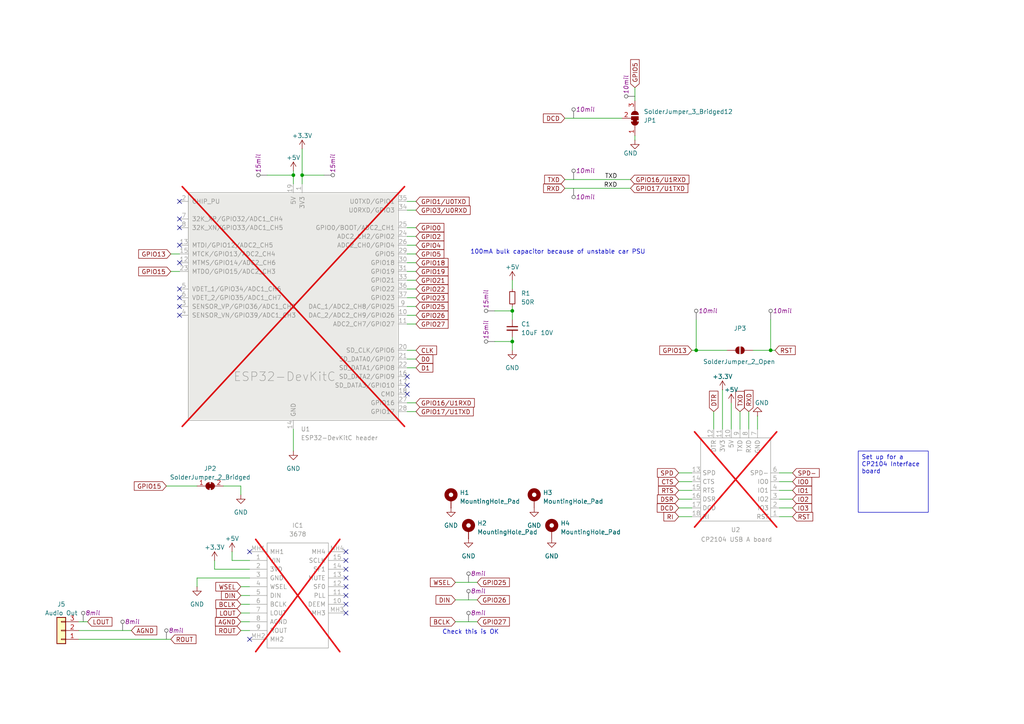
<source format=kicad_sch>
(kicad_sch (version 20250114) (generator "eeschema") (generator_version "9.0")
  (paper "A4")
  (title_block (title "Simple carrier board (CP2104)") (date "2025-03-19") (rev "0.1.6") (company "Martin Roger"))
  (lib_symbols
    (symbol "Connector_Generic:Conn_01x03" (pin_names (offset 1.016) (hide yes))
      (property "Reference" "J" (at 0 5.08 0))
      (property "Value" "Conn_01x03" (at 0 -5.08 0))
      (symbol "Conn_01x03_1_1"
        (rectangle (start -1.27 3.81) (end 1.27 -3.81) (stroke (width 0.254)) (fill (type background)))
        (rectangle (start -1.27 2.667) (end 0 2.413) (stroke (width 0.1524)))
        (rectangle (start -1.27 0.127) (end 0 -0.127) (stroke (width 0.1524)))
        (rectangle (start -1.27 -2.413) (end 0 -2.667) (stroke (width 0.1524)))
        (pin passive line (at -5.08 2.54 0) (length 3.81) (name "Pin_1") (number "1"))
        (pin passive line (at -5.08 0 0) (length 3.81) (name "Pin_2") (number "2"))
        (pin passive line (at -5.08 -2.54 0) (length 3.81) (name "Pin_3") (number "3"))
      )
    )
    (symbol "DIY:3678" (pin_names (offset 0.762))
      (property "Reference" "IC" (at 24.13 7.62 0))
      (property "Value" "3678" (at 24.13 5.08 0))
      (symbol "3678_0_0"
        (pin passive line (at 0 0 0) (length 5.08) (name "MH1") (number "MH1"))
        (pin passive line (at 0 -2.54 0) (length 5.08) (name "VIN") (number "1"))
        (pin passive line (at 0 -5.08 0) (length 5.08) (name "3VD") (number "2"))
        (pin passive line (at 0 -7.62 0) (length 5.08) (name "GND") (number "3"))
        (pin passive line (at 0 -10.16 0) (length 5.08) (name "WSEL") (number "4"))
        (pin passive line (at 0 -12.7 0) (length 5.08) (name "DIN") (number "5"))
        (pin passive line (at 0 -15.24 0) (length 5.08) (name "BCLK") (number "6"))
        (pin passive line (at 0 -17.78 0) (length 5.08) (name "LOUT") (number "7"))
        (pin passive line (at 0 -20.32 0) (length 5.08) (name "AGND") (number "8"))
        (pin passive line (at 0 -22.86 0) (length 5.08) (name "ROUT") (number "9"))
        (pin passive line (at 0 -25.4 0) (length 5.08) (name "MH2") (number "MH2"))
        (pin passive line (at 27.94 0 180) (length 5.08) (name "MH4") (number "MH4"))
        (pin passive line (at 27.94 -2.54 180) (length 5.08) (name "SCLK") (number "15"))
        (pin passive line (at 27.94 -5.08 180) (length 5.08) (name "SF1") (number "14"))
        (pin passive line (at 27.94 -7.62 180) (length 5.08) (name "MUTE") (number "13"))
        (pin passive line (at 27.94 -10.16 180) (length 5.08) (name "SF0") (number "12"))
        (pin passive line (at 27.94 -12.7 180) (length 5.08) (name "PLL") (number "11"))
        (pin passive line (at 27.94 -15.24 180) (length 5.08) (name "DEEM") (number "10"))
        (pin passive line (at 27.94 -17.78 180) (length 5.08) (name "MH3") (number "MH3"))
      )
      (symbol "3678_0_1"
        (polyline (pts (xy 5.08 2.54) (xy 22.86 2.54) (xy 22.86 -27.94) (xy 5.08 -27.94) (xy 5.08 2.54)) (stroke (width 0.1524)))
      )
    )
    (symbol "DIY:CP2104_UART_Board"
      (property "Reference" "U" (at 0 -15.24 0))
      (symbol "CP2104_UART_Board_0_0"
        (pin bidirectional line (at -12.7 1.27 0) (length 2.54) (name "SPD") (number "13"))
        (pin bidirectional line (at -12.7 -1.27 0) (length 2.54) (name "CTS") (number "14"))
        (pin bidirectional line (at -12.7 -3.81 0) (length 2.54) (name "RTS") (number "15"))
        (pin bidirectional line (at -12.7 -6.35 0) (length 2.54) (name "DSR") (number "16"))
        (pin bidirectional line (at -12.7 -8.89 0) (length 2.54) (name "DCD") (number "17"))
        (pin bidirectional line (at -12.7 -11.43 0) (length 2.54) (name "RI") (number "18"))
        (pin bidirectional line (at -6.35 13.97 270) (length 2.54) (name "DTR") (number "12"))
        (pin bidirectional line (at -3.81 13.97 270) (length 2.54) (name "3V3") (number "11"))
        (pin bidirectional line (at -1.27 13.97 270) (length 2.54) (name "5V") (number "10"))
        (pin tri_state line (at 1.27 13.97 270) (length 2.54) (name "TXD") (number "9"))
        (pin tri_state line (at 3.81 13.97 270) (length 2.54) (name "RXD") (number "8"))
        (pin power_in line (at 6.35 13.97 270) (length 2.54) (name "GND") (number "7"))
        (pin bidirectional line (at 12.7 1.27 180) (length 2.54) (name "SPD-") (number "6"))
        (pin bidirectional line (at 12.7 -1.27 180) (length 2.54) (name "IO0") (number "5"))
        (pin bidirectional line (at 12.7 -3.81 180) (length 2.54) (name "IO1") (number "4"))
        (pin bidirectional line (at 12.7 -6.35 180) (length 2.54) (name "IO2") (number "3"))
        (pin bidirectional line (at 12.7 -8.89 180) (length 2.54) (name "IO3") (number "2"))
        (pin input line (at 12.7 -11.43 180) (length 2.54) (name "RST") (number "1"))
      )
      (symbol "CP2104_UART_Board_0_1"
        (rectangle (start -10.16 11.43) (end 10.16 -12.7))
      )
    )
    (symbol "Device:C_Small" (pin_numbers (hide yes)) (pin_names (offset 0.254) (hide yes))
      (property "Reference" "C" (at 0.254 1.778 0))
      (property "Value" "C_Small" (at 0.254 -2.032 0))
      (symbol "C_Small_0_1"
        (polyline (pts (xy -1.524 0.508) (xy 1.524 0.508)) (stroke (width 0.3048)))
        (polyline (pts (xy -1.524 -0.508) (xy 1.524 -0.508)) (stroke (width 0.3302)))
      )
      (symbol "C_Small_1_1"
        (pin passive line (at 0 2.54 270) (length 2.032) (name "~") (number "1"))
        (pin passive line (at 0 -2.54 90) (length 2.032) (name "~") (number "2"))
      )
    )
    (symbol "Device:R_Small" (pin_numbers (hide yes)) (pin_names (offset 0.254) (hide yes))
      (property "Reference" "R" (at 0.762 0.508 0))
      (property "Value" "R_Small" (at 0.762 -1.016 0))
      (symbol "R_Small_0_1"
        (rectangle (start -0.762 1.778) (end 0.762 -1.778) (stroke (width 0.2032)))
      )
      (symbol "R_Small_1_1"
        (pin passive line (at 0 2.54 270) (length 0.762) (name "~") (number "1"))
        (pin passive line (at 0 -2.54 90) (length 0.762) (name "~") (number "2"))
      )
    )
    (symbol "Jumper:SolderJumper_2_Bridged" (pin_names (offset 0) (hide yes))
      (property "Reference" "JP" (at 0 2.032 0))
      (property "Value" "SolderJumper_2_Bridged" (at 0 -2.54 0))
      (symbol "SolderJumper_2_Bridged_0_1"
        (rectangle (start -0.508 0.508) (end 0.508 -0.508) (fill (type outline)))
        (polyline (pts (xy -0.254 1.016) (xy -0.254 -1.016)))
        (arc (start -0.254 -1.016) (mid -1.2656 0) (end -0.254 1.016))
        (arc (start -0.254 -1.016) (mid -1.2656 0) (end -0.254 1.016) (fill (type outline)))
        (arc (start 0.254 1.016) (mid 1.2656 0) (end 0.254 -1.016))
        (arc (start 0.254 1.016) (mid 1.2656 0) (end 0.254 -1.016) (fill (type outline)))
        (polyline (pts (xy 0.254 1.016) (xy 0.254 -1.016)))
      )
      (symbol "SolderJumper_2_Bridged_1_1"
        (pin passive line (at -3.81 0 0) (length 2.54) (name "A") (number "1"))
        (pin passive line (at 3.81 0 180) (length 2.54) (name "B") (number "2"))
      )
    )
    (symbol "Jumper:SolderJumper_2_Open" (pin_numbers (hide yes)) (pin_names (offset 0) (hide yes)) (exclude_from_sim yes) (in_bom no)
      (property "Reference" "JP" (at 0 2.032 0))
      (property "Value" "SolderJumper_2_Open" (at 0 -2.54 0))
      (symbol "SolderJumper_2_Open_0_1"
        (polyline (pts (xy -0.254 1.016) (xy -0.254 -1.016)))
        (arc (start -0.254 -1.016) (mid -1.2656 0) (end -0.254 1.016))
        (arc (start -0.254 -1.016) (mid -1.2656 0) (end -0.254 1.016) (fill (type outline)))
        (arc (start 0.254 1.016) (mid 1.2656 0) (end 0.254 -1.016))
        (arc (start 0.254 1.016) (mid 1.2656 0) (end 0.254 -1.016) (fill (type outline)))
        (polyline (pts (xy 0.254 1.016) (xy 0.254 -1.016)))
      )
      (symbol "SolderJumper_2_Open_1_1"
        (pin passive line (at -3.81 0 0) (length 2.54) (name "A") (number "1"))
        (pin passive line (at 3.81 0 180) (length 2.54) (name "B") (number "2"))
      )
    )
    (symbol "Jumper:SolderJumper_3_Bridged12" (pin_names (offset 0) (hide yes))
      (property "Reference" "JP" (at -2.54 -2.54 0))
      (property "Value" "SolderJumper_3_Bridged12" (at 0 2.794 0))
      (symbol "SolderJumper_3_Bridged12_0_1"
        (polyline (pts (xy -2.54 0) (xy -2.032 0)))
        (polyline (pts (xy -1.016 1.016) (xy -1.016 -1.016)))
        (rectangle (start -1.016 0.508) (end -0.508 -0.508) (fill (type outline)))
        (arc (start -1.016 -1.016) (mid -2.0276 0) (end -1.016 1.016))
        (arc (start -1.016 -1.016) (mid -2.0276 0) (end -1.016 1.016) (fill (type outline)))
        (rectangle (start -0.508 1.016) (end 0.508 -1.016) (fill (type outline)))
        (polyline (pts (xy 0 -1.27) (xy 0 -1.016)))
        (arc (start 1.016 1.016) (mid 2.0276 0) (end 1.016 -1.016))
        (arc (start 1.016 1.016) (mid 2.0276 0) (end 1.016 -1.016) (fill (type outline)))
        (polyline (pts (xy 1.016 1.016) (xy 1.016 -1.016)))
        (polyline (pts (xy 2.54 0) (xy 2.032 0)))
      )
      (symbol "SolderJumper_3_Bridged12_1_1"
        (pin passive line (at -5.08 0 0) (length 2.54) (name "A") (number "1"))
        (pin passive line (at 0 -3.81 90) (length 2.54) (name "C") (number "2"))
        (pin passive line (at 5.08 0 180) (length 2.54) (name "B") (number "3"))
      )
    )
    (symbol "Mechanical:MountingHole_Pad" (pin_numbers (hide yes)) (pin_names (offset 1.016) (hide yes))
      (property "Reference" "H" (at 0 6.35 0))
      (property "Value" "MountingHole_Pad" (at 0 4.445 0))
      (symbol "MountingHole_Pad_0_1"
        (circle (center 0 1.27) (radius 1.27) (stroke (width 1.27)))
      )
      (symbol "MountingHole_Pad_1_1"
        (pin input line (at 0 -2.54 90) (length 2.54) (name "1") (number "1"))
      )
    )
    (symbol "PCM_Espressif:ESP32-DevKitC" (pin_names (offset 1.016))
      (property "Reference" "U" (at -30.48 38.1 0))
      (property "Value" "ESP32-DevKitC" (at -30.48 35.56 0))
      (symbol "ESP32-DevKitC_0_0"
        (text "ESP32-DevKitC" (at -2.54 -20.32 0) (effects (font (size 2.54 2.54))))
        (pin power_in line (at 0 35.56 270) (length 2.54) (name "5V") (number "19"))
        (pin power_in line (at 0 -35.56 90) (length 2.54) (name "GND") (number "14"))
      )
      (symbol "ESP32-DevKitC_0_1"
        (rectangle (start -30.48 33.02) (end 30.48 -33.02) (fill (type background)))
      )
      (symbol "ESP32-DevKitC_1_1"
        (pin input line (at -33.02 30.48 0) (length 2.54) (name "CHIP_PU") (number "2"))
        (pin bidirectional line (at -33.02 25.4 0) (length 2.54) (name "32K_XP/GPIO32/ADC1_CH4") (number "7"))
        (pin bidirectional line (at -33.02 22.86 0) (length 2.54) (name "32K_XN/GPIO33/ADC1_CH5") (number "8"))
        (pin bidirectional line (at -33.02 17.78 0) (length 2.54) (name "MTDI/GPIO12/ADC2_CH5") (number "13"))
        (pin bidirectional line (at -33.02 15.24 0) (length 2.54) (name "MTCK/GPIO13/ADC2_CH4") (number "15"))
        (pin bidirectional line (at -33.02 12.7 0) (length 2.54) (name "MTMS/GPIO14/ADC2_CH6") (number "12"))
        (pin bidirectional line (at -33.02 10.16 0) (length 2.54) (name "MTDO/GPIO15/ADC2_CH3") (number "23"))
        (pin input line (at -33.02 5.08 0) (length 2.54) (name "VDET_1/GPIO34/ADC1_CH6") (number "5"))
        (pin input line (at -33.02 2.54 0) (length 2.54) (name "VDET_2/GPIO35/ADC1_CH7") (number "6"))
        (pin input line (at -33.02 0 0) (length 2.54) (name "SENSOR_VP/GPIO36/ADC1_CH0") (number "3"))
        (pin input line (at -33.02 -2.54 0) (length 2.54) (name "SENSOR_VN/GPIO39/ADC1_CH3") (number "4"))
        (pin passive line (at 0 -35.56 90) (length 2.54) (hide yes) (name "GND") (number "32"))
        (pin passive line (at 0 -35.56 90) (length 2.54) (hide yes) (name "GND") (number "38"))
        (pin power_in line (at 2.54 35.56 270) (length 2.54) (name "3V3") (number "1"))
        (pin bidirectional line (at 33.02 30.48 180) (length 2.54) (name "U0TXD/GPIO1") (number "35"))
        (pin bidirectional line (at 33.02 27.94 180) (length 2.54) (name "U0RXD/GPIO3") (number "34"))
        (pin bidirectional line (at 33.02 22.86 180) (length 2.54) (name "GPIO0/BOOT/ADC2_CH1") (number "25"))
        (pin bidirectional line (at 33.02 20.32 180) (length 2.54) (name "ADC2_CH2/GPIO2") (number "24"))
        (pin bidirectional line (at 33.02 17.78 180) (length 2.54) (name "ADC2_CH0/GPIO4") (number "26"))
        (pin bidirectional line (at 33.02 15.24 180) (length 2.54) (name "GPIO5") (number "29"))
        (pin bidirectional line (at 33.02 12.7 180) (length 2.54) (name "GPIO18") (number "30"))
        (pin bidirectional line (at 33.02 10.16 180) (length 2.54) (name "GPIO19") (number "31"))
        (pin bidirectional line (at 33.02 7.62 180) (length 2.54) (name "GPIO21") (number "33"))
        (pin bidirectional line (at 33.02 5.08 180) (length 2.54) (name "GPIO22") (number "36"))
        (pin bidirectional line (at 33.02 2.54 180) (length 2.54) (name "GPIO23") (number "37"))
        (pin bidirectional line (at 33.02 0 180) (length 2.54) (name "DAC_1/ADC2_CH8/GPIO25") (number "9"))
        (pin bidirectional line (at 33.02 -2.54 180) (length 2.54) (name "DAC_2/ADC2_CH9/GPIO26") (number "10"))
        (pin bidirectional line (at 33.02 -5.08 180) (length 2.54) (name "ADC2_CH7/GPIO27") (number "11"))
        (pin bidirectional line (at 33.02 -12.7 180) (length 2.54) (name "SD_CLK/GPIO6") (number "20"))
        (pin bidirectional line (at 33.02 -15.24 180) (length 2.54) (name "SD_DATA0/GPIO7") (number "21"))
        (pin bidirectional line (at 33.02 -17.78 180) (length 2.54) (name "SD_DATA1/GPIO8") (number "22"))
        (pin bidirectional line (at 33.02 -20.32 180) (length 2.54) (name "SD_DATA2/GPIO9") (number "16"))
        (pin bidirectional line (at 33.02 -22.86 180) (length 2.54) (name "SD_DATA3/GPIO10") (number "17"))
        (pin bidirectional line (at 33.02 -25.4 180) (length 2.54) (name "CMD") (number "18"))
        (pin bidirectional line (at 33.02 -27.94 180) (length 2.54) (name "GPIO16") (number "27"))
        (pin bidirectional line (at 33.02 -30.48 180) (length 2.54) (name "GPIO17") (number "28"))
      )
    )
    (symbol "power:+3.3V" (power) (pin_numbers (hide yes)) (pin_names (offset 0) (hide yes))
      (property "Value" "+3.3V" (at 0 3.556 0))
      (symbol "+3.3V_0_1"
        (polyline (pts (xy -0.762 1.27) (xy 0 2.54)))
        (polyline (pts (xy 0 2.54) (xy 0.762 1.27)))
        (polyline (pts (xy 0 0) (xy 0 2.54)))
      )
      (symbol "+3.3V_1_1"
        (pin power_in line (at 0 0 90) (length 0) (name "~") (number "1"))
      )
    )
    (symbol "power:+5V" (power) (pin_numbers (hide yes)) (pin_names (offset 0) (hide yes))
      (property "Value" "+5V" (at 0 3.556 0))
      (symbol "+5V_0_1"
        (polyline (pts (xy -0.762 1.27) (xy 0 2.54)))
        (polyline (pts (xy 0 2.54) (xy 0.762 1.27)))
        (polyline (pts (xy 0 0) (xy 0 2.54)))
      )
      (symbol "+5V_1_1"
        (pin power_in line (at 0 0 90) (length 0) (name "~") (number "1"))
      )
    )
    (symbol "power:GND" (power) (pin_numbers (hide yes)) (pin_names (offset 0) (hide yes))
      (property "Value" "GND" (at 0 -3.81 0))
      (symbol "GND_0_1"
        (polyline (pts (xy 0 0) (xy 0 -1.27) (xy 1.27 -1.27) (xy 0 -2.54) (xy -1.27 -1.27) (xy 0 -1.27)))
      )
      (symbol "GND_1_1"
        (pin power_in line (at 0 0 270) (length 0) (name "~") (number "1"))
      )
    )
  )
  (text "100mA bulk capacitor because of unstable car PSU" (at 161.798 73.152 0) (effects (font (size 1.27 1.27))))
  (text "Check this is OK" (at 128.27 184.15 0) (effects (font (size 1.27 1.27)) (justify left bottom)))
  (text_box "Set up for a CP2104 Interface board" (at 248.92 130.81 0) (size 20.32 17.78) (margins 0.9525 0.9525 0.9525 0.9525) (effects (font (size 1.27 1.27)) (justify left top)))
  (junction (at 201.93 101.6))
  (junction (at 148.59 90.17))
  (junction (at 85.09 50.8))
  (junction (at 223.52 101.6))
  (junction (at 148.59 99.06))
  (junction (at 87.63 50.8))
  (no_connect (at 100.33 172.72))
  (no_connect (at 100.33 170.18))
  (no_connect (at 52.07 76.2))
  (no_connect (at 100.33 175.26))
  (no_connect (at 52.07 58.42))
  (no_connect (at 100.33 167.64))
  (no_connect (at 100.33 165.1))
  (no_connect (at 100.33 177.8))
  (no_connect (at 52.07 63.5))
  (no_connect (at 52.07 88.9))
  (no_connect (at 52.07 71.12))
  (no_connect (at 72.39 160.02))
  (no_connect (at 118.11 111.76))
  (no_connect (at 100.33 160.02))
  (no_connect (at 52.07 91.44))
  (no_connect (at 52.07 83.82))
  (no_connect (at 52.07 66.04))
  (no_connect (at 118.11 109.22))
  (no_connect (at 72.39 185.42))
  (no_connect (at 100.33 162.56))
  (no_connect (at 118.11 114.3))
  (no_connect (at 52.07 86.36))
  (wire (pts (xy 49.53 78.74) (xy 52.07 78.74)))
  (wire (pts (xy 87.63 43.18) (xy 87.63 50.8)))
  (wire (pts (xy 69.85 182.88) (xy 72.39 182.88)))
  (wire (pts (xy 118.11 60.96) (xy 120.65 60.96)))
  (wire (pts (xy 118.11 119.38) (xy 120.65 119.38)))
  (wire (pts (xy 196.85 142.24) (xy 200.66 142.24)))
  (wire (pts (xy 218.44 101.6) (xy 223.52 101.6)))
  (wire (pts (xy 67.31 160.02) (xy 67.31 162.56)))
  (wire (pts (xy 226.06 139.7) (xy 229.87 139.7)))
  (wire (pts (xy 118.11 93.98) (xy 120.65 93.98)))
  (wire (pts (xy 214.63 119.38) (xy 214.63 124.46)))
  (wire (pts (xy 62.23 162.56) (xy 62.23 165.1)))
  (wire (pts (xy 118.11 106.68) (xy 120.65 106.68)))
  (wire (pts (xy 148.59 88.9) (xy 148.59 90.17)))
  (wire (pts (xy 226.06 142.24) (xy 229.87 142.24)))
  (wire (pts (xy 62.23 165.1) (xy 72.39 165.1)))
  (wire (pts (xy 223.52 101.6) (xy 224.79 101.6)))
  (wire (pts (xy 118.11 81.28) (xy 120.65 81.28)))
  (wire (pts (xy 85.09 124.46) (xy 85.09 130.81)))
  (wire (pts (xy 64.77 140.97) (xy 69.85 140.97)))
  (wire (pts (xy 223.52 92.71) (xy 223.52 101.6)))
  (wire (pts (xy 163.83 52.07) (xy 182.88 52.07)))
  (wire (pts (xy 118.11 58.42) (xy 120.65 58.42)))
  (wire (pts (xy 118.11 104.14) (xy 120.65 104.14)))
  (wire (pts (xy 69.85 180.34) (xy 72.39 180.34)))
  (wire (pts (xy 201.93 92.71) (xy 201.93 101.6)))
  (wire (pts (xy 118.11 86.36) (xy 120.65 86.36)))
  (wire (pts (xy 87.63 50.8) (xy 87.63 53.34)))
  (wire (pts (xy 48.26 140.97) (xy 57.15 140.97)))
  (wire (pts (xy 69.85 177.8) (xy 72.39 177.8)))
  (wire (pts (xy 69.85 172.72) (xy 72.39 172.72)))
  (wire (pts (xy 163.83 54.61) (xy 182.88 54.61)))
  (wire (pts (xy 77.47 50.8) (xy 85.09 50.8)))
  (wire (pts (xy 67.31 162.56) (xy 72.39 162.56)))
  (wire (pts (xy 148.59 97.79) (xy 148.59 99.06)))
  (wire (pts (xy 184.15 25.4) (xy 184.15 29.21)))
  (wire (pts (xy 196.85 139.7) (xy 200.66 139.7)))
  (wire (pts (xy 200.66 101.6) (xy 201.93 101.6)))
  (wire (pts (xy 184.15 39.37) (xy 184.15 40.64)))
  (wire (pts (xy 217.17 119.38) (xy 217.17 124.46)))
  (wire (pts (xy 118.11 71.12) (xy 120.65 71.12)))
  (wire (pts (xy 57.15 170.18) (xy 57.15 167.64)))
  (wire (pts (xy 143.51 99.06) (xy 148.59 99.06)))
  (wire (pts (xy 118.11 73.66) (xy 120.65 73.66)))
  (wire (pts (xy 118.11 68.58) (xy 120.65 68.58)))
  (wire (pts (xy 38.1 182.88) (xy 22.86 182.88)))
  (wire (pts (xy 209.55 113.03) (xy 209.55 124.46)))
  (wire (pts (xy 87.63 50.8) (xy 93.98 50.8)))
  (wire (pts (xy 69.85 140.97) (xy 69.85 143.51)))
  (wire (pts (xy 226.06 137.16) (xy 229.87 137.16)))
  (wire (pts (xy 226.06 144.78) (xy 229.87 144.78)))
  (wire (pts (xy 85.09 49.53) (xy 85.09 50.8)))
  (wire (pts (xy 118.11 88.9) (xy 120.65 88.9)))
  (wire (pts (xy 219.71 120.65) (xy 219.71 124.46)))
  (wire (pts (xy 196.85 144.78) (xy 200.66 144.78)))
  (wire (pts (xy 226.06 147.32) (xy 229.87 147.32)))
  (wire (pts (xy 196.85 147.32) (xy 200.66 147.32)))
  (wire (pts (xy 118.11 76.2) (xy 120.65 76.2)))
  (wire (pts (xy 118.11 83.82) (xy 120.65 83.82)))
  (wire (pts (xy 69.85 170.18) (xy 72.39 170.18)))
  (wire (pts (xy 196.85 137.16) (xy 200.66 137.16)))
  (wire (pts (xy 118.11 101.6) (xy 120.65 101.6)))
  (wire (pts (xy 148.59 99.06) (xy 148.59 101.6)))
  (wire (pts (xy 57.15 167.64) (xy 72.39 167.64)))
  (wire (pts (xy 148.59 90.17) (xy 148.59 92.71)))
  (wire (pts (xy 132.08 168.91) (xy 138.43 168.91)))
  (wire (pts (xy 22.86 180.34) (xy 25.4 180.34)))
  (wire (pts (xy 118.11 91.44) (xy 120.65 91.44)))
  (wire (pts (xy 163.83 34.29) (xy 180.34 34.29)))
  (wire (pts (xy 201.93 101.6) (xy 210.82 101.6)))
  (wire (pts (xy 143.51 90.17) (xy 148.59 90.17)))
  (wire (pts (xy 196.85 149.86) (xy 200.66 149.86)))
  (wire (pts (xy 118.11 78.74) (xy 120.65 78.74)))
  (wire (pts (xy 69.85 175.26) (xy 72.39 175.26)))
  (wire (pts (xy 49.53 73.66) (xy 52.07 73.66)))
  (wire (pts (xy 207.01 119.38) (xy 207.01 124.46)))
  (wire (pts (xy 85.09 50.8) (xy 85.09 53.34)))
  (wire (pts (xy 118.11 116.84) (xy 120.65 116.84)))
  (wire (pts (xy 212.09 116.84) (xy 212.09 124.46)))
  (wire (pts (xy 49.53 185.42) (xy 22.86 185.42)))
  (wire (pts (xy 148.59 81.28) (xy 148.59 83.82)))
  (wire (pts (xy 118.11 66.04) (xy 120.65 66.04)))
  (wire (pts (xy 226.06 149.86) (xy 229.87 149.86)))
  (wire (pts (xy 132.08 173.99) (xy 138.43 173.99)))
  (wire (pts (xy 132.08 180.34) (xy 138.43 180.34)))
  (label "RXD" (at 179.07 54.61 180))
  (label "TXD" (at 179.07 52.07 180))
  (global_label "GPIO26" (shape input) (at 138.43 173.99 0) (property "Intersheetrefs" "${INTERSHEET_REFS}" (effects (hide yes))))
  (global_label "IO0" (shape input) (at 229.87 139.7 0) (property "Intersheetrefs" "${INTERSHEET_REFS}" (effects (hide yes))))
  (global_label "GPIO15" (shape input) (at 49.53 78.74 180) (property "Intersheetrefs" "${INTERSHEET_REFS}" (effects (hide yes))))
  (global_label "GPIO2" (shape input) (at 120.65 68.58 0) (property "Intersheetrefs" "${INTERSHEET_REFS}" (effects (hide yes))))
  (global_label "GPIO16{slash}U1RXD" (shape input) (at 120.65 116.84 0) (property "Intersheetrefs" "${INTERSHEET_REFS}" (effects (hide yes))))
  (global_label "TXD" (shape input) (at 163.83 52.07 180) (property "Intersheetrefs" "${INTERSHEET_REFS}" (effects (hide yes))))
  (global_label "CLK" (shape input) (at 120.65 101.6 0) (property "Intersheetrefs" "${INTERSHEET_REFS}" (effects (hide yes))))
  (global_label "RI" (shape input) (at 196.85 149.86 180) (property "Intersheetrefs" "${INTERSHEET_REFS}" (effects (hide yes))))
  (global_label "AGND" (shape input) (at 69.85 180.34 180) (property "Intersheetrefs" "${INTERSHEET_REFS}" (effects (hide yes))))
  (global_label "GPIO4" (shape input) (at 120.65 71.12 0) (property "Intersheetrefs" "${INTERSHEET_REFS}" (effects (hide yes))))
  (global_label "SPD" (shape input) (at 196.85 137.16 180) (property "Intersheetrefs" "${INTERSHEET_REFS}" (effects (hide yes))))
  (global_label "RST" (shape input) (at 229.87 149.86 0) (property "Intersheetrefs" "${INTERSHEET_REFS}" (effects (hide yes))))
  (global_label "GPIO16{slash}U1RXD" (shape input) (at 182.88 52.07 0) (property "Intersheetrefs" "${INTERSHEET_REFS}" (effects (hide yes))))
  (global_label "CTS" (shape input) (at 196.85 139.7 180) (property "Intersheetrefs" "${INTERSHEET_REFS}" (effects (hide yes))))
  (global_label "DCD" (shape input) (at 163.83 34.29 180) (property "Intersheetrefs" "${INTERSHEET_REFS}" (effects (hide yes))))
  (global_label "GPIO5" (shape input) (at 120.65 73.66 0) (property "Intersheetrefs" "${INTERSHEET_REFS}" (effects (hide yes))))
  (global_label "DSR" (shape input) (at 196.85 144.78 180) (property "Intersheetrefs" "${INTERSHEET_REFS}" (effects (hide yes))))
  (global_label "GPIO23" (shape input) (at 120.65 86.36 0) (property "Intersheetrefs" "${INTERSHEET_REFS}" (effects (hide yes))))
  (global_label "GPIO26" (shape input) (at 120.65 91.44 0) (property "Intersheetrefs" "${INTERSHEET_REFS}" (effects (hide yes))))
  (global_label "GPIO17{slash}U1TXD" (shape input) (at 182.88 54.61 0) (property "Intersheetrefs" "${INTERSHEET_REFS}" (effects (hide yes))))
  (global_label "RTS" (shape input) (at 196.85 142.24 180) (property "Intersheetrefs" "${INTERSHEET_REFS}" (effects (hide yes))))
  (global_label "RXD" (shape input) (at 163.83 54.61 180) (property "Intersheetrefs" "${INTERSHEET_REFS}" (effects (hide yes))))
  (global_label "BCLK" (shape input) (at 132.08 180.34 180) (property "Intersheetrefs" "${INTERSHEET_REFS}" (effects (hide yes))))
  (global_label "GPIO19" (shape input) (at 120.65 78.74 0) (property "Intersheetrefs" "${INTERSHEET_REFS}" (effects (hide yes))))
  (global_label "DCD" (shape input) (at 196.85 147.32 180) (property "Intersheetrefs" "${INTERSHEET_REFS}" (effects (hide yes))))
  (global_label "IO3" (shape input) (at 229.87 147.32 0) (property "Intersheetrefs" "${INTERSHEET_REFS}" (effects (hide yes))))
  (global_label "GPIO25" (shape input) (at 138.43 168.91 0) (property "Intersheetrefs" "${INTERSHEET_REFS}" (effects (hide yes))))
  (global_label "GPIO18" (shape input) (at 120.65 76.2 0) (property "Intersheetrefs" "${INTERSHEET_REFS}" (effects (hide yes))))
  (global_label "DIN" (shape input) (at 132.08 173.99 180) (property "Intersheetrefs" "${INTERSHEET_REFS}" (effects (hide yes))))
  (global_label "GPIO3{slash}U0RXD" (shape input) (at 120.65 60.96 0) (property "Intersheetrefs" "${INTERSHEET_REFS}" (effects (hide yes))))
  (global_label "DTR" (shape input) (at 207.01 119.38 90) (property "Intersheetrefs" "${INTERSHEET_REFS}" (effects (hide yes))))
  (global_label "BCLK" (shape input) (at 69.85 175.26 180) (property "Intersheetrefs" "${INTERSHEET_REFS}" (effects (hide yes))))
  (global_label "D0" (shape input) (at 120.65 104.14 0) (property "Intersheetrefs" "${INTERSHEET_REFS}" (effects (hide yes))))
  (global_label "AGND" (shape input) (at 38.1 182.88 0) (property "Intersheetrefs" "${INTERSHEET_REFS}" (effects (hide yes))))
  (global_label "WSEL" (shape input) (at 132.08 168.91 180) (property "Intersheetrefs" "${INTERSHEET_REFS}" (effects (hide yes))))
  (global_label "WSEL" (shape input) (at 69.85 170.18 180) (property "Intersheetrefs" "${INTERSHEET_REFS}" (effects (hide yes))))
  (global_label "GPIO17{slash}U1TXD" (shape input) (at 120.65 119.38 0) (property "Intersheetrefs" "${INTERSHEET_REFS}" (effects (hide yes))))
  (global_label "IO1" (shape input) (at 229.87 142.24 0) (property "Intersheetrefs" "${INTERSHEET_REFS}" (effects (hide yes))))
  (global_label "GPIO13" (shape input) (at 49.53 73.66 180) (property "Intersheetrefs" "${INTERSHEET_REFS}" (effects (hide yes))))
  (global_label "RXD" (shape input) (at 217.17 119.38 90) (property "Intersheetrefs" "${INTERSHEET_REFS}" (effects (hide yes))))
  (global_label "GPIO1{slash}U0TXD" (shape input) (at 120.65 58.42 0) (property "Intersheetrefs" "${INTERSHEET_REFS}" (effects (hide yes))))
  (global_label "GPIO15" (shape input) (at 48.26 140.97 180) (property "Intersheetrefs" "${INTERSHEET_REFS}" (effects (hide yes))))
  (global_label "GPIO27" (shape input) (at 120.65 93.98 0) (property "Intersheetrefs" "${INTERSHEET_REFS}" (effects (hide yes))))
  (global_label "ROUT" (shape input) (at 69.85 182.88 180) (property "Intersheetrefs" "${INTERSHEET_REFS}" (effects (hide yes))))
  (global_label "GPIO22" (shape input) (at 120.65 83.82 0) (property "Intersheetrefs" "${INTERSHEET_REFS}" (effects (hide yes))))
  (global_label "D1" (shape input) (at 120.65 106.68 0) (property "Intersheetrefs" "${INTERSHEET_REFS}" (effects (hide yes))))
  (global_label "RST" (shape input) (at 224.79 101.6 0) (property "Intersheetrefs" "${INTERSHEET_REFS}" (effects (hide yes))))
  (global_label "IO2" (shape input) (at 229.87 144.78 0) (property "Intersheetrefs" "${INTERSHEET_REFS}" (effects (hide yes))))
  (global_label "SPD-" (shape input) (at 229.87 137.16 0) (property "Intersheetrefs" "${INTERSHEET_REFS}" (effects (hide yes))))
  (global_label "GPIO13" (shape input) (at 200.66 101.6 180) (property "Intersheetrefs" "${INTERSHEET_REFS}" (effects (hide yes))))
  (global_label "DIN" (shape input) (at 69.85 172.72 180) (property "Intersheetrefs" "${INTERSHEET_REFS}" (effects (hide yes))))
  (global_label "GPIO25" (shape input) (at 120.65 88.9 0) (property "Intersheetrefs" "${INTERSHEET_REFS}" (effects (hide yes))))
  (global_label "LOUT" (shape input) (at 69.85 177.8 180) (property "Intersheetrefs" "${INTERSHEET_REFS}" (effects (hide yes))))
  (global_label "ROUT" (shape input) (at 49.53 185.42 0) (property "Intersheetrefs" "${INTERSHEET_REFS}" (effects (hide yes))))
  (global_label "GPIO21" (shape input) (at 120.65 81.28 0) (property "Intersheetrefs" "${INTERSHEET_REFS}" (effects (hide yes))))
  (global_label "GPIO5" (shape input) (at 184.15 25.4 90) (property "Intersheetrefs" "${INTERSHEET_REFS}" (effects (hide yes))))
  (global_label "LOUT" (shape input) (at 25.4 180.34 0) (property "Intersheetrefs" "${INTERSHEET_REFS}" (effects (hide yes))))
  (global_label "TXD" (shape input) (at 214.63 119.38 90) (property "Intersheetrefs" "${INTERSHEET_REFS}" (effects (hide yes))))
  (global_label "GPIO27" (shape input) (at 138.43 180.34 0) (property "Intersheetrefs" "${INTERSHEET_REFS}" (effects (hide yes))))
  (global_label "GPIO0" (shape input) (at 120.65 66.04 0) (property "Intersheetrefs" "${INTERSHEET_REFS}" (effects (hide yes))))
  (netclass_flag "" (length 2.54) (shape round) (at 135.89 168.91 0) (property "Netclass" "8mil" (at 136.4996 166.37 0) (effects (font (italic yes)) (justify left))))
  (netclass_flag "" (length 2.54) (shape round) (at 143.51 99.06 90) (property "Netclass" "15mil" (at 140.97 98.4504 90) (effects (font (italic yes)) (justify left))))
  (netclass_flag "" (length 2.54) (shape round) (at 135.89 173.99 0) (property "Netclass" "8mil" (at 136.4996 171.45 0) (effects (font (italic yes)) (justify left))))
  (netclass_flag "" (length 2.54) (shape round) (at 143.51 90.17 90) (property "Netclass" "15mil" (at 140.97 89.5604 90) (effects (font (italic yes)) (justify left))))
  (netclass_flag "" (length 2.54) (shape round) (at 48.26 185.42 0) (property "Netclass" "8mil" (at 48.8696 182.88 0) (effects (font (italic yes)) (justify left))))
  (netclass_flag "" (length 2.54) (shape round) (at 35.56 182.88 0) (property "Netclass" "8mil" (at 36.1696 180.34 0) (effects (font (italic yes)) (justify left))))
  (netclass_flag "" (length 2.54) (shape round) (at 166.37 52.07 0) (property "Netclass" "10mil" (at 166.9796 49.53 0) (effects (font (italic yes)) (justify left))))
  (netclass_flag "" (length 2.54) (shape round) (at 24.13 180.34 0) (property "Netclass" "8mil" (at 24.7396 177.8 0) (effects (font (italic yes)) (justify left))))
  (netclass_flag "" (length 2.54) (shape round) (at 135.89 180.34 0) (property "Netclass" "8mil" (at 136.4996 177.8 0) (effects (font (italic yes)) (justify left))))
  (netclass_flag "" (length 2.54) (shape round) (at 166.37 54.61 180) (property "Netclass" "10mil" (at 166.9796 57.15 0) (effects (font (italic yes)) (justify left))))
  (netclass_flag "" (length 2.54) (shape round) (at 184.15 27.94 90) (property "Netclass" "10mil" (at 181.61 27.3304 90) (effects (font (italic yes)) (justify left))))
  (netclass_flag "" (length 2.54) (shape round) (at 223.52 92.71 0) (property "Netclass" "10mil" (at 224.1296 90.17 0) (effects (font (italic yes)) (justify left))))
  (netclass_flag "" (length 2.54) (shape round) (at 166.37 34.29 0) (property "Netclass" "10mil" (at 166.9796 31.75 0) (effects (font (italic yes)) (justify left))))
  (netclass_flag "" (length 2.54) (shape round) (at 201.93 92.71 0) (property "Netclass" "10mil" (at 202.5396 90.17 0) (effects (font (italic yes)) (justify left))))
  (netclass_flag "" (length 2.54) (shape round) (at 77.47 50.8 90) (property "Netclass" "15mil" (at 74.93 50.1904 90) (effects (font (italic yes)) (justify left))))
  (netclass_flag "" (length 2.54) (shape round) (at 93.98 50.8 270) (property "Netclass" "15mil" (at 96.52 50.1904 90) (effects (font (italic yes)) (justify left))))
  (symbol (lib_id "power:+5V") (at 85.09 49.53 0) (unit 1)
    (property "Reference" "#PWR04" (effects (hide yes)))
    (property "Value" "+5V" (at 85.09 45.72 0))
    (property "Description" "Power symbol creates a global label with name \"+5V\"" (effects (hide yes)))
  )
  (symbol (lib_id "Mechanical:MountingHole_Pad") (at 130.81 144.78 0) (unit 1)
    (property "Reference" "H1" (at 133.35 142.875 0) (effects (justify left)))
    (property "Value" "MountingHole_Pad" (at 133.35 145.415 0) (effects (justify left)))
    (property "Footprint" "MountingHole:MountingHole_3.2mm_M3_Pad_TopBottom" (effects (hide yes)))
  )
  (symbol (lib_id "Jumper:SolderJumper_3_Bridged12") (at 184.15 34.29 270) (mirror x) (unit 1)
    (property "Reference" "JP1" (at 186.69 34.925 90) (effects (justify left)))
    (property "Value" "SolderJumper_3_Bridged12" (at 186.69 32.385 90) (effects (justify left)))
    (property "Footprint" "Jumper:SolderJumper-3_P1.3mm_Bridged12_RoundedPad1.0x1.5mm" (effects (hide yes)))
  )
  (symbol (lib_id "power:GND") (at 57.15 170.18 0) (unit 1)
    (property "Reference" "#PWR011" (effects (hide yes)))
    (property "Value" "GND" (at 57.15 175.26 0))
    (property "Description" "Power symbol creates a global label with name \"GND\" , ground" (effects (hide yes)))
  )
  (symbol (lib_id "Device:C_Small") (at 148.59 95.25 0) (unit 1)
    (property "Reference" "C1" (at 151.13 93.9862 0) (effects (justify left)))
    (property "Value" "10uF 10V" (at 151.13 96.5262 0) (effects (justify left)))
    (property "Footprint" "Capacitor_THT:C_Radial_D5.0mm_H7.0mm_P2.00mm" (effects (hide yes)))
    (property "Description" "Unpolarized capacitor, small symbol" (effects (hide yes)))
  )
  (symbol (lib_id "Mechanical:MountingHole_Pad") (at 135.89 153.67 0) (unit 1)
    (property "Reference" "H2" (at 138.43 151.765 0) (effects (justify left)))
    (property "Value" "MountingHole_Pad" (at 138.43 154.305 0) (effects (justify left)))
    (property "Footprint" "MountingHole:MountingHole_3.2mm_M3_Pad_TopBottom" (effects (hide yes)))
  )
  (symbol (lib_id "Mechanical:MountingHole_Pad") (at 160.02 153.67 0) (unit 1)
    (property "Reference" "H4" (at 162.56 151.765 0) (effects (justify left)))
    (property "Value" "MountingHole_Pad" (at 162.56 154.305 0) (effects (justify left)))
    (property "Footprint" "MountingHole:MountingHole_3.2mm_M3_Pad_TopBottom" (effects (hide yes)))
  )
  (symbol (lib_id "power:GND") (at 130.81 147.32 0) (unit 1)
    (property "Reference" "#PWR014" (effects (hide yes)))
    (property "Value" "GND" (at 130.81 152.4 0))
    (property "Description" "Power symbol creates a global label with name \"GND\" , ground" (effects (hide yes)))
  )
  (symbol (lib_id "Connector_Generic:Conn_01x03") (at 17.78 182.88 180) (unit 1)
    (property "Reference" "J5" (at 17.78 175.26 0))
    (property "Value" "Audio Out" (at 17.78 177.8 0))
    (property "Footprint" "Connector_PinHeader_2.54mm:PinHeader_1x03_P2.54mm_Vertical" (effects (hide yes)))
  )
  (symbol (lib_id "power:GND") (at 85.09 130.81 0) (unit 1)
    (property "Reference" "#PWR05" (effects (hide yes)))
    (property "Value" "GND" (at 85.09 135.89 0))
    (property "Description" "Power symbol creates a global label with name \"GND\" , ground" (effects (hide yes)))
  )
  (symbol (lib_id "power:+3.3V") (at 62.23 162.56 0) (unit 1)
    (property "Reference" "#PWR010" (effects (hide yes)))
    (property "Value" "+3.3V" (at 62.23 158.75 0))
    (property "Description" "Power symbol creates a global label with name \"+3.3V\"" (effects (hide yes)))
  )
  (symbol (lib_id "power:+5V") (at 67.31 160.02 0) (unit 1)
    (property "Reference" "#PWR09" (effects (hide yes)))
    (property "Value" "+5V" (at 67.31 156.21 0))
    (property "Description" "Power symbol creates a global label with name \"+5V\"" (effects (hide yes)))
  )
  (symbol (lib_id "PCM_Espressif:ESP32-DevKitC") (at 85.09 88.9 0) (unit 1) (dnp yes)
    (property "Reference" "U1" (at 87.2333 124.46 0) (effects (justify left)))
    (property "Value" "ESP32-DevKitC header" (at 87.2333 127 0) (effects (justify left)))
    (property "Footprint" "PCM_Espressif:ESP32-DevKitC" (effects (hide yes)))
    (property "Datasheet" "https://docs.espressif.com/projects/esp-idf/zh_CN/latest/esp32/hw-reference/esp32/get-started-devkitc.html" (effects (hide yes)))
  )
  (symbol (lib_id "DIY:CP2104_UART_Board") (at 213.36 138.43 0) (unit 1) (dnp yes)
    (property "Reference" "U2" (at 213.36 153.67 0))
    (property "Value" "CP2104 USB A board" (at 213.614 156.464 0))
    (property "Footprint" "DIY:CP2104_USB_Board" (effects (hide yes)))
  )
  (symbol (lib_id "DIY:3678") (at 72.39 160.02 0) (unit 1) (dnp yes)
    (property "Reference" "IC1" (at 86.36 152.4 0))
    (property "Value" "3678" (at 86.36 154.94 0))
    (property "Footprint" "DIY:3678" (effects (hide yes)))
    (property "Datasheet" "https://cdn-learn.adafruit.com/downloads/pdf/adafruit-i2s-stereo-decoder-uda1334a.pdf" (effects (hide yes)))
    (property "Description" "Audio IC Development Tools Adafruit I2S Stereo Decoder - UDA1334A" (effects (hide yes)))
    (property "Height" "7.1" (effects (hide yes)))
    (property "Manufacturer_Name" "Adafruit" (effects (hide yes)))
    (property "Manufacturer_Part_Number" "3678" (effects (hide yes)))
    (property "Mouser Part Number" "485-3678" (effects (hide yes)))
    (property "Mouser Price/Stock" "https://www.mouser.co.uk/ProductDetail/Adafruit/3678?qs=W0yvOO0ixfEeEgy1riJcig%3D%3D" (effects (hide yes)))
    (property "Arrow Part Number" "3678" (effects (hide yes)))
    (property "Arrow Price/Stock" "https://www.arrow.com/en/products/3678/adafruit-industries?region=nac" (effects (hide yes)))
  )
  (symbol (lib_id "power:GND") (at 219.71 120.65 180) (unit 1)
    (property "Reference" "#PWR06" (effects (hide yes)))
    (property "Value" "GND" (at 220.98 116.84 0))
    (property "Description" "Power symbol creates a global label with name \"GND\" , ground" (effects (hide yes)))
  )
  (symbol (lib_id "Device:R_Small") (at 148.59 86.36 0) (unit 1)
    (property "Reference" "R1" (at 151.13 85.0899 0) (effects (justify left)))
    (property "Value" "50R" (at 151.13 87.6299 0) (effects (justify left)))
    (property "Footprint" "Resistor_THT:R_Axial_DIN0207_L6.3mm_D2.5mm_P10.16mm_Horizontal" (effects (hide yes)))
    (property "Description" "Resistor, small symbol" (effects (hide yes)))
  )
  (symbol (lib_id "power:GND") (at 184.15 40.64 0) (unit 1)
    (property "Reference" "#PWR012" (effects (hide yes)))
    (property "Value" "GND" (at 182.88 44.45 0))
    (property "Description" "Power symbol creates a global label with name \"GND\" , ground" (effects (hide yes)))
  )
  (symbol (lib_id "power:+5V") (at 148.59 81.28 0) (unit 1)
    (property "Reference" "#PWR016" (effects (hide yes)))
    (property "Value" "+5V" (at 148.59 77.47 0))
    (property "Description" "Power symbol creates a global label with name \"+5V\"" (effects (hide yes)))
  )
  (symbol (lib_id "power:+5V") (at 212.09 116.84 0) (unit 1)
    (property "Reference" "#PWR07" (effects (hide yes)))
    (property "Value" "+5V" (at 212.09 113.03 0))
    (property "Description" "Power symbol creates a global label with name \"+5V\"" (effects (hide yes)))
  )
  (symbol (lib_id "power:GND") (at 148.59 101.6 0) (unit 1)
    (property "Reference" "#PWR017" (effects (hide yes)))
    (property "Value" "GND" (at 148.59 106.68 0))
    (property "Description" "Power symbol creates a global label with name \"GND\" , ground" (effects (hide yes)))
  )
  (symbol (lib_id "power:+3.3V") (at 87.63 43.18 0) (unit 1)
    (property "Reference" "#PWR03" (effects (hide yes)))
    (property "Value" "+3.3V" (at 87.63 39.37 0))
    (property "Description" "Power symbol creates a global label with name \"+3.3V\"" (effects (hide yes)))
  )
  (symbol (lib_id "power:+3.3V") (at 209.55 113.03 0) (unit 1)
    (property "Reference" "#PWR08" (effects (hide yes)))
    (property "Value" "+3.3V" (at 209.55 109.22 0))
    (property "Description" "Power symbol creates a global label with name \"+3.3V\"" (effects (hide yes)))
  )
  (symbol (lib_id "power:GND") (at 160.02 156.21 0) (unit 1)
    (property "Reference" "#PWR02" (effects (hide yes)))
    (property "Value" "GND" (at 160.02 161.29 0))
    (property "Description" "Power symbol creates a global label with name \"GND\" , ground" (effects (hide yes)))
  )
  (symbol (lib_id "Jumper:SolderJumper_2_Bridged") (at 60.96 140.97 0) (unit 1)
    (property "Reference" "JP2" (at 60.96 135.89 0))
    (property "Value" "SolderJumper_2_Bridged" (at 60.96 138.43 0))
    (property "Footprint" "Jumper:SolderJumper-2_P1.3mm_Bridged_RoundedPad1.0x1.5mm" (effects (hide yes)))
  )
  (symbol (lib_id "Mechanical:MountingHole_Pad") (at 154.94 144.78 0) (unit 1)
    (property "Reference" "H3" (at 157.48 142.875 0) (effects (justify left)))
    (property "Value" "MountingHole_Pad" (at 157.48 145.415 0) (effects (justify left)))
    (property "Footprint" "MountingHole:MountingHole_3.2mm_M3_Pad_TopBottom" (effects (hide yes)))
  )
  (symbol (lib_id "Jumper:SolderJumper_2_Open") (at 214.63 101.6 0) (unit 1)
    (property "Reference" "JP3" (at 214.63 95.25 0))
    (property "Value" "SolderJumper_2_Open" (at 214.376 104.902 0))
    (property "Footprint" "Jumper:SolderJumper-2_P1.3mm_Open_RoundedPad1.0x1.5mm" (effects (hide yes)))
    (property "Description" "Solder Jumper, 2-pole, open" (effects (hide yes)))
  )
  (symbol (lib_id "power:GND") (at 135.89 156.21 0) (unit 1)
    (property "Reference" "#PWR01" (effects (hide yes)))
    (property "Value" "GND" (at 135.89 161.29 0))
    (property "Description" "Power symbol creates a global label with name \"GND\" , ground" (effects (hide yes)))
  )
  (symbol (lib_id "power:GND") (at 154.94 147.32 0) (unit 1)
    (property "Reference" "#PWR013" (effects (hide yes)))
    (property "Value" "GND" (at 154.94 152.4 0))
    (property "Description" "Power symbol creates a global label with name \"GND\" , ground" (effects (hide yes)))
  )
  (symbol (lib_id "power:GND") (at 69.85 143.51 0) (unit 1)
    (property "Reference" "#PWR015" (effects (hide yes)))
    (property "Value" "GND" (at 69.85 148.59 0))
    (property "Description" "Power symbol creates a global label with name \"GND\" , ground" (effects (hide yes)))
  )
)
</source>
